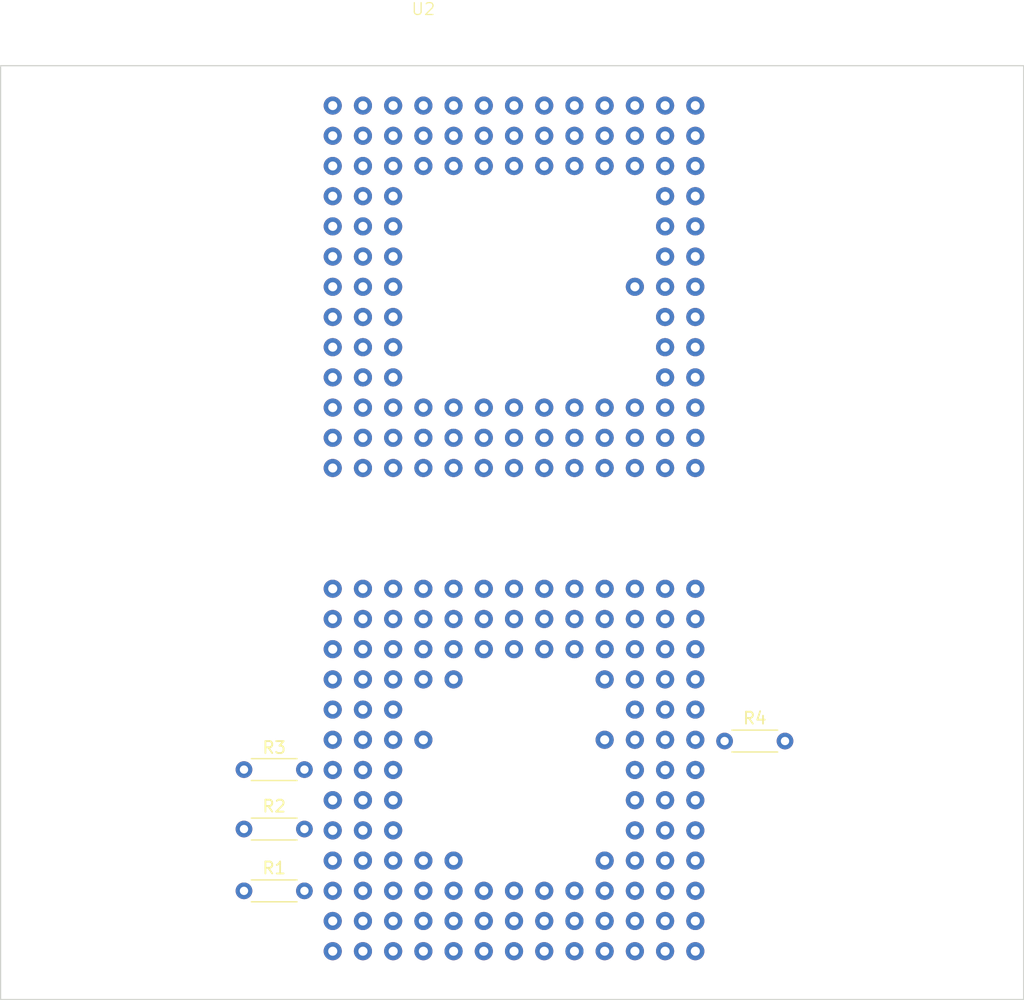
<source format=kicad_pcb>
(kicad_pcb (version 20240108) (generator "pcbnew") (generator_version "8.0")
  (layers (0 "F.Cu" signal) (1 "In1.Cu" signal) (2 "In2.Cu" signal) (31 "B.Cu" signal) (34 "B.Paste" user) (35 "F.Paste" user) (36 "B.SilkS" user "B.Silkscreen") (37 "F.SilkS" user "F.Silkscreen") (38 "B.Mask" user) (39 "F.Mask" user) (44 "Edge.Cuts" user))
  (net 0 "")
  (net 1 "VCC")
  (net 2 "Net-(U1-CBACK)")
  (net 3 "/BR")
  (net 4 "/A0")
  (net 5 "/A30")
  (net 6 "/A28")
  (net 7 "/A26")
  (net 8 "/A24")
  (net 9 "/A23")
  (net 10 "/A21")
  (net 11 "/A19")
  (net 12 "/A17")
  (net 13 "/A15")
  (net 14 "/A13")
  (net 15 "/A10")
  (net 16 "/RMC")
  (net 17 "/BG")
  (net 18 "/A31")
  (net 19 "/A29")
  (net 20 "/A27")
  (net 21 "/A25")
  (net 22 "/A22")
  (net 23 "/A20")
  (net 24 "/A16")
  (net 25 "/A14")
  (net 26 "/A12")
  (net 27 "/A8")
  (net 28 "/A7")
  (net 29 "/FC1")
  (net 31 "/BGACK")
  (net 32 "/A1")
  (net 33 "GND")
  (net 34 "/A18")
  (net 35 "/A11")
  (net 36 "/A9")
  (net 37 "/A5")
  (net 38 "/A4")
  (net 39 "/FC2")
  (net 40 "/FC0")
  (net 41 "/OCS")
  (net 42 "/A6")
  (net 43 "/A3")
  (net 44 "/A2")
  (net 45 "Net-(U1-CLK)")
  (net 46 "/AVEC")
  (net 47 "/IPEND")
  (net 48 "/DSACK0")
  (net 49 "/RESET")
  (net 50 "/DSACK1")
  (net 51 "/IPL2")
  (net 52 "/IPL1")
  (net 53 "/BERR")
  (net 54 "/HALT")
  (net 55 "Net-(U1-CDIS)")
  (net 56 "/IPL0")
  (net 57 "/AS")
  (net 61 "/DS")
  (net 62 "/SIZ0")
  (net 63 "/D5")
  (net 64 "/D1")
  (net 65 "/D0")
  (net 66 "/SIZ1")
  (net 67 "/R_W")
  (net 68 "/D30")
  (net 69 "/D10")
  (net 70 "/D7")
  (net 71 "/D4")
  (net 72 "/D2")
  (net 73 "/DBEN")
  (net 74 "/ECS")
  (net 75 "/D29")
  (net 76 "/D27")
  (net 77 "/D24")
  (net 78 "/D22")
  (net 79 "/D20")
  (net 80 "/D17")
  (net 81 "/D14")
  (net 82 "/D12")
  (net 83 "/D9")
  (net 84 "/D6")
  (net 85 "/D3")
  (net 86 "/D31")
  (net 87 "/D28")
  (net 88 "/D26")
  (net 89 "/D25")
  (net 90 "/D23")
  (net 91 "/D21")
  (net 92 "/D19")
  (net 93 "/D18")
  (net 94 "/D16")
  (net 95 "/D15")
  (net 96 "/D13")
  (net 97 "/D11")
  (net 98 "/D8")
  (net 99 "Net-(U1-CIIN)")
  (net 100 "Net-(U1-STERM)")
  (net 101 "Net-(U1-MMUDIS)")
  (footprint "Resistor_THT:R_Axial_DIN0204_L3.6mm_D1.6mm_P5.08mm_Horizontal" (layer "F.Cu") (at 119.54 110.2 180)
    (property "Reference" "R3" (at 2.54 1.85 0) (layer "F.SilkS"))
    (property "Value" "R1k")
    (fp_line (start 0.62 0.92) (end 4.46 0.92) (stroke (width 0.12)) (layer "F.SilkS"))
    (fp_line (start 0.62 -0.92) (end 4.46 -0.92) (stroke (width 0.12)) (layer "F.SilkS"))
    (pad "1" thru_hole circle (at 0 0 180) (size 1.4 1.4) (drill 0.7) (layers "*.Cu" "*.Mask") (net 100 "Net-(U1-STERM)"))
    (pad "2" thru_hole oval (at 5.08 0 180) (size 1.4 1.4) (drill 0.7) (layers "*.Cu" "*.Mask") (net 1 "VCC"))
  )
  (footprint "68k:PGA114_68020" (layer "F.Cu") (at 129.54 46.734)
    (property "Reference" "U2" (at 0 -0.5 0) (layer "F.SilkS") (effects (font (thickness 0.1))))
    (property "Value" "68020")
    (pad "A1" thru_hole circle (at -7.62 7.62) (size 1.524 1.524) (drill 0.762) (layers "*.Cu" "*.Mask") (net 31 "/BGACK"))
    (pad "A2" thru_hole circle (at -5.08 7.62) (size 1.524 1.524) (drill 0.762) (layers "*.Cu" "*.Mask") (net 32 "/A1"))
    (pad "A3" thru_hole circle (at -2.54 7.62) (size 1.524 1.524) (drill 0.762) (layers "*.Cu" "*.Mask") (net 18 "/A31"))
    (pad "A4" thru_hole circle (at 0 7.62) (size 1.524 1.524) (drill 0.762) (layers "*.Cu" "*.Mask") (net 6 "/A28"))
    (pad "A5" thru_hole circle (at 2.54 7.62) (size 1.524 1.524) (drill 0.762) (layers "*.Cu" "*.Mask") (net 7 "/A26"))
    (pad "A6" thru_hole circle (at 5.08 7.62) (size 1.524 1.524) (drill 0.762) (layers "*.Cu" "*.Mask") (net 9 "/A23"))
    (pad "A7" thru_hole circle (at 7.62 7.62) (size 1.524 1.524) (drill 0.762) (layers "*.Cu" "*.Mask") (net 22 "/A22"))
    (pad "A8" thru_hole circle (at 10.16 7.62) (size 1.524 1.524) (drill 0.762) (layers "*.Cu" "*.Mask") (net 11 "/A19"))
    (pad "A9" thru_hole circle (at 12.7 7.62) (size 1.524 1.524) (drill 0.762) (layers "*.Cu" "*.Mask") (net 1 "VCC"))
    (pad "A10" thru_hole circle (at 15.24 7.62) (size 1.524 1.524) (drill 0.762) (layers "*.Cu" "*.Mask") (net 33 "GND"))
    (pad "A11" thru_hole circle (at 17.78 7.62) (size 1.524 1.524) (drill 0.762) (layers "*.Cu" "*.Mask") (net 25 "/A14"))
    (pad "A12" thru_hole circle (at 20.32 7.62) (size 1.524 1.524) (drill 0.762) (layers "*.Cu" "*.Mask") (net 35 "/A11"))
    (pad "A13" thru_hole circle (at 22.86 7.62) (size 1.524 1.524) (drill 0.762) (layers "*.Cu" "*.Mask") (net 27 "/A8"))
    (pad "B1" thru_hole circle (at -7.62 10.16) (size 1.524 1.524) (drill 0.762) (layers "*.Cu" "*.Mask") (net 33 "GND"))
    (pad "B2" thru_hole circle (at -5.08 10.16) (size 1.524 1.524) (drill 0.762) (layers "*.Cu" "*.Mask") (net 17 "/BG"))
    (pad "B3" thru_hole circle (at -2.54 10.16) (size 1.524 1.524) (drill 0.762) (layers "*.Cu" "*.Mask") (net 3 "/BR"))
    (pad "B4" thru_hole circle (at 0 10.16) (size 1.524 1.524) (drill 0.762) (layers "*.Cu" "*.Mask") (net 5 "/A30"))
    (pad "B5" thru_hole circle (at 2.54 10.16) (size 1.524 1.524) (drill 0.762) (layers "*.Cu" "*.Mask") (net 20 "/A27"))
    (pad "B6" thru_hole circle (at 5.08 10.16) (size 1.524 1.524) (drill 0.762) (layers "*.Cu" "*.Mask") (net 8 "/A24"))
    (pad "B7" thru_hole circle (at 7.62 10.16) (size 1.524 1.524) (drill 0.762) (layers "*.Cu" "*.Mask") (net 23 "/A20"))
    (pad "B8" thru_hole circle (at 10.16 10.16) (size 1.524 1.524) (drill 0.762) (layers "*.Cu" "*.Mask") (net 34 "/A18"))
    (pad "B9" thru_hole circle (at 12.7 10.16) (size 1.524 1.524) (drill 0.762) (layers "*.Cu" "*.Mask") (net 33 "GND"))
    (pad "B10" thru_hole circle (at 15.24 10.16) (size 1.524 1.524) (drill 0.762) (layers "*.Cu" "*.Mask") (net 13 "/A15"))
    (pad "B11" thru_hole circle (at 17.78 10.16) (size 1.524 1.524) (drill 0.762) (layers "*.Cu" "*.Mask") (net 14 "/A13"))
    (pad "B12" thru_hole circle (at 20.32 10.16) (size 1.524 1.524) (drill 0.762) (layers "*.Cu" "*.Mask") (net 15 "/A10"))
    (pad "B13" thru_hole circle (at 22.86 10.16) (size 1.524 1.524) (drill 0.762) (layers "*.Cu" "*.Mask") (net 42 "/A6"))
    (pad "C1" thru_hole circle (at -7.62 12.7) (size 1.524 1.524) (drill 0.762) (layers "*.Cu" "*.Mask") (net 49 "/RESET"))
    (pad "C2" thru_hole circle (at -5.08 12.7) (size 1.524 1.524) (drill 0.762) (layers "*.Cu" "*.Mask") (net 45 "Net-(U1-CLK)"))
    (pad "C3" thru_hole circle (at -2.54 12.7) (size 1.524 1.524) (drill 0.762) (layers "*.Cu" "*.Mask") (net 33 "GND"))
    (pad "C4" thru_hole circle (at 0 12.7) (size 1.524 1.524) (drill 0.762) (layers "*.Cu" "*.Mask") (net 4 "/A0"))
    (pad "C5" thru_hole circle (at 2.54 12.7) (size 1.524 1.524) (drill 0.762) (layers "*.Cu" "*.Mask") (net 19 "/A29"))
    (pad "C6" thru_hole circle (at 5.08 12.7) (size 1.524 1.524) (drill 0.762) (layers "*.Cu" "*.Mask") (net 21 "/A25"))
    (pad "C7" thru_hole circle (at 7.62 12.7) (size 1.524 1.524) (drill 0.762) (layers "*.Cu" "*.Mask") (net 10 "/A21"))
    (pad "C8" thru_hole circle (at 10.16 12.7) (size 1.524 1.524) (drill 0.762) (layers "*.Cu" "*.Mask") (net 12 "/A17"))
    (pad "C9" thru_hole circle (at 12.7 12.7) (size 1.524 1.524) (drill 0.762) (layers "*.Cu" "*.Mask") (net 24 "/A16"))
    (pad "C10" thru_hole circle (at 15.24 12.7) (size 1.524 1.524) (drill 0.762) (layers "*.Cu" "*.Mask") (net 26 "/A12"))
    (pad "C11" thru_hole circle (at 17.78 12.7) (size 1.524 1.524) (drill 0.762) (layers "*.Cu" "*.Mask") (net 36 "/A9"))
    (pad "C12" thru_hole circle (at 20.32 12.7) (size 1.524 1.524) (drill 0.762) (layers "*.Cu" "*.Mask") (net 28 "/A7"))
    (pad "C13" thru_hole circle (at 22.86 12.7) (size 1.524 1.524) (drill 0.762) (layers "*.Cu" "*.Mask") (net 37 "/A5"))
    (pad "D1" thru_hole circle (at -7.62 15.24) (size 1.524 1.524) (drill 0.762) (layers "*.Cu" "*.Mask") (net 1 "VCC"))
    (pad "D2" thru_hole circle (at -5.08 15.24) (size 1.524 1.524) (drill 0.762) (layers "*.Cu" "*.Mask") (net 1 "VCC"))
    (pad "D3" thru_hole circle (at -2.54 15.24) (size 1.524 1.524) (drill 0.762) (layers "*.Cu" "*.Mask") (net 1 "VCC"))
    (pad "D12" thru_hole circle (at 20.32 15.24) (size 1.524 1.524) (drill 0.762) (layers "*.Cu" "*.Mask") (net 38 "/A4"))
    (pad "D13" thru_hole circle (at 22.86 15.24) (size 1.524 1.524) (drill 0.762) (layers "*.Cu" "*.Mask") (net 43 "/A3"))
    (pad "E1" thru_hole circle (at -7.62 17.78) (size 1.524 1.524) (drill 0.762) (layers "*.Cu" "*.Mask") (net 40 "/FC0"))
    (pad "E2" thru_hole circle (at -5.08 17.78) (size 1.524 1.524) (drill 0.762) (layers "*.Cu" "*.Mask") (net 16 "/RMC"))
    (pad "E3" thru_hole circle (at -2.54 17.78) (size 1.524 1.524) (drill 0.762) (layers "*.Cu" "*.Mask") (net 1 "VCC"))
    (pad "E12" thru_hole circle (at 20.32 17.78) (size 1.524 1.524) (drill 0.762) (layers "*.Cu" "*.Mask") (net 44 "/A2"))
    (pad "E13" thru_hole circle (at 22.86 17.78) (size 1.524 1.524) (drill 0.762) (layers "*.Cu" "*.Mask") (net 41 "/OCS"))
    (pad "F1" thru_hole circle (at -7.62 20.32) (size 1.524 1.524) (drill 0.762) (layers "*.Cu" "*.Mask") (net 66 "/SIZ1"))
    (pad "F2" thru_hole circle (at -5.08 20.32) (size 1.524 1.524) (drill 0.762) (layers "*.Cu" "*.Mask") (net 39 "/FC2"))
    (pad "F3" thru_hole circle (at -2.54 20.32) (size 1.524 1.524) (drill 0.762) (layers "*.Cu" "*.Mask") (net 29 "/FC1"))
    (pad "F12" thru_hole circle (at 20.32 20.32) (size 1.524 1.524) (drill 0.762) (layers "*.Cu" "*.Mask") (net 33 "GND"))
    (pad "F13" thru_hole circle (at 22.86 20.32) (size 1.524 1.524) (drill 0.762) (layers "*.Cu" "*.Mask") (net 47 "/IPEND"))
    (pad "G1" thru_hole circle (at -7.62 22.86) (size 1.524 1.524) (drill 0.762) (layers "*.Cu" "*.Mask") (net 74 "/ECS"))
    (pad "G2" thru_hole circle (at -5.08 22.86) (size 1.524 1.524) (drill 0.762) (layers "*.Cu" "*.Mask") (net 62 "/SIZ0"))
    (pad "G3" thru_hole circle (at -2.54 22.86) (size 1.524 1.524) (drill 0.762) (layers "*.Cu" "*.Mask") (net 73 "/DBEN"))
    (pad "G11" thru_hole circle (at 17.78 22.86) (size 1.524 1.524) (drill 0.762) (layers "*.Cu" "*.Mask") (net 1 "VCC"))
    (pad "G12" thru_hole circle (at 20.32 22.86) (size 1.524 1.524) (drill 0.762) (layers "*.Cu" "*.Mask") (net 33 "GND"))
    (pad "G13" thru_hole circle (at 22.86 22.86) (size 1.524 1.524) (drill 0.762) (layers "*.Cu" "*.Mask") (net 1 "VCC"))
    (pad "H1" thru_hole circle (at -7.62 25.4) (size 1.524 1.524) (drill 0.762) (layers "*.Cu" "*.Mask") (net 55 "Net-(U1-CDIS)"))
    (pad "H2" thru_hole circle (at -5.08 25.4) (size 1.524 1.524) (drill 0.762) (layers "*.Cu" "*.Mask") (net 46 "/AVEC"))
    (pad "H3" thru_hole circle (at -2.54 25.4) (size 1.524 1.524) (drill 0.762) (layers "*.Cu" "*.Mask") (net 48 "/DSACK0"))
    (pad "H12" thru_hole circle (at 20.32 25.4) (size 1.524 1.524) (drill 0.762) (layers "*.Cu" "*.Mask") (net 51 "/IPL2"))
    (pad "H13" thru_hole circle (at 22.86 25.4) (size 1.524 1.524) (drill 0.762) (layers "*.Cu" "*.Mask") (net 33 "GND"))
    (pad "J1" thru_hole circle (at -7.62 27.94) (size 1.524 1.524) (drill 0.762) (layers "*.Cu" "*.Mask") (net 50 "/DSACK1"))
    (pad "J2" thru_hole circle (at -5.08 27.94) (size 1.524 1.524) (drill 0.762) (layers "*.Cu" "*.Mask") (net 53 "/BERR"))
    (pad "J3" thru_hole circle (at -2.54 27.94) (size 1.524 1.524) (drill 0.762) (layers "*.Cu" "*.Mask") (net 33 "GND"))
    (pad "J12" thru_hole circle (at 20.32 27.94) (size 1.524 1.524) (drill 0.762) (layers "*.Cu" "*.Mask") (net 56 "/IPL0"))
    (pad "J13" thru_hole circle (at 22.86 27.94) (size 1.524 1.524) (drill 0.762) (layers "*.Cu" "*.Mask") (net 52 "/IPL1"))
    (pad "K1" thru_hole circle (at -7.62 30.48) (size 1.524 1.524) (drill 0.762) (layers "*.Cu" "*.Mask") (net 33 "GND"))
    (pad "K2" thru_hole circle (at -5.08 30.48) (size 1.524 1.524) (drill 0.762) (layers "*.Cu" "*.Mask") (net 54 "/HALT"))
    (pad "K3" thru_hole circle (at -2.54 30.48) (size 1.524 1.524) (drill 0.762) (layers "*.Cu" "*.Mask") (net 33 "GND"))
    (pad "K12" thru_hole circle (at 20.32 30.48) (size 1.524 1.524) (drill 0.762) (layers "*.Cu" "*.Mask") (net 64 "/D1"))
    (pad "K13" thru_hole circle (at 22.86 30.48) (size 1.524 1.524) (drill 0.762) (layers "*.Cu" "*.Mask") (net 65 "/D0"))
    (pad "L1" thru_hole circle (at -7.62 33.02) (size 1.524 1.524) (drill 0.762) (layers "*.Cu" "*.Mask") (net 57 "/AS"))
    (pad "L2" thru_hole circle (at -5.08 33.02) (size 1.524 1.524) (drill 0.762) (layers "*.Cu" "*.Mask") (net 67 "/R_W"))
    (pad "L3" thru_hole circle (at -2.54 33.02) (size 1.524 1.524) (drill 0.762) (layers "*.Cu" "*.Mask") (net 68 "/D30"))
    (pad "L4" thru_hole circle (at 0 33.02) (size 1.524 1.524) (drill 0.762) (layers "*.Cu" "*.Mask") (net 76 "/D27"))
    (pad "L5" thru_hole circle (at 2.54 33.02) (size 1.524 1.524) (drill 0.762) (layers "*.Cu" "*.Mask") (net 90 "/D23"))
    (pad "L6" thru_hole circle (at 5.08 33.02) (size 1.524 1.524) (drill 0.762) (layers "*.Cu" "*.Mask") (net 92 "/D19"))
    (pad "L7" thru_hole circle (at 7.62 33.02) (size 1.524 1.524) (drill 0.762) (layers "*.Cu" "*.Mask") (net 33 "GND"))
    (pad "L8" thru_hole circle (at 10.16 33.02) (size 1.524 1.524) (drill 0.762) (layers "*.Cu" "*.Mask") (net 95 "/D15"))
    (pad "L9" thru_hole circle (at 12.7 33.02) (size 1.524 1.524) (drill 0.762) (layers "*.Cu" "*.Mask") (net 97 "/D11"))
    (pad "L10" thru_hole circle (at 15.24 33.02) (size 1.524 1.524) (drill 0.762) (layers "*.Cu" "*.Mask") (net 70 "/D7"))
    (pad "L11" thru_hole circle (at 17.78 33.02) (size 1.524 1.524) (drill 0.762) (layers "*.Cu" "*.Mask") (net 33 "GND"))
    (pad "L12" thru_hole circle (at 20.32 33.02) (size 1.524 1.524) (drill 0.762) (layers "*.Cu" "*.Mask") (net 85 "/D3"))
    (pad "L13" thru_hole circle (at 22.86 33.02) (size 1.524 1.524) (drill 0.762) (layers "*.Cu" "*.Mask") (net 72 "/D2"))
    (pad "M1" thru_hole circle (at -7.62 35.56) (size 1.524 1.524) (drill 0.762) (layers "*.Cu" "*.Mask") (net 61 "/DS"))
    (pad "M2" thru_hole circle (at -5.08 35.56) (size 1.524 1.524) (drill 0.762) (layers "*.Cu" "*.Mask") (net 75 "/D29"))
    (pad "M3" thru_hole circle (at -2.54 35.56) (size 1.524 1.524) (drill 0.762) (layers "*.Cu" "*.Mask") (net 88 "/D26"))
    (pad "M4" thru_hole circle (at 0 35.56) (size 1.524 1.524) (drill 0.762) (layers "*.Cu" "*.Mask") (net 77 "/D24"))
    (pad "M5" thru_hole circle (at 2.54 35.56) (size 1.524 1.524) (drill 0.762) (layers "*.Cu" "*.Mask") (net 91 "/D21"))
    (pad "M6" thru_hole circle (at 5.08 35.56) (size 1.524 1.524) (drill 0.762) (layers "*.Cu" "*.Mask") (net 93 "/D18"))
    (pad "M7" thru_hole circle (at 7.62 35.56) (size 1.524 1.524) (drill 0.762) (layers "*.Cu" "*.Mask") (net 94 "/D16"))
    (pad "M8" thru_hole circle (at 10.16 35.56) (size 1.524 1.524) (drill 0.762) (layers "*.Cu" "*.Mask") (net 1 "VCC"))
    (pad "M9" thru_hole circle (at 12.7 35.56) (size 1.524 1.524) (drill 0.762) (layers "*.Cu" "*.Mask") (net 96 "/D13"))
    (pad "M10" thru_hole circle (at 15.24 35.56) (size 1.524 1.524) (drill 0.762) (layers "*.Cu" "*.Mask") (net 69 "/D10"))
    (pad "M11" thru_hole circle (at 17.78 35.56) (size 1.524 1.524) (drill 0.762) (layers "*.Cu" "*.Mask") (net 84 "/D6"))
    (pad "M12" thru_hole circle (at 20.32 35.56) (size 1.524 1.524) (drill 0.762) (layers "*.Cu" "*.Mask") (net 63 "/D5"))
    (pad "M13" thru_hole circle (at 22.86 35.56) (size 1.524 1.524) (drill 0.762) (layers "*.Cu" "*.Mask") (net 71 "/D4"))
    (pad "N1" thru_hole circle (at -7.62 38.1) (size 1.524 1.524) (drill 0.762) (layers "*.Cu" "*.Mask") (net 86 "/D31"))
    (pad "N2" thru_hole circle (at -5.08 38.1) (size 1.524 1.524) (drill 0.762) (layers "*.Cu" "*.Mask") (net 87 "/D28"))
    (pad "N3" thru_hole circle (at -2.54 38.1) (size 1.524 1.524) (drill 0.762) (layers "*.Cu" "*.Mask") (net 89 "/D25"))
    (pad "N4" thru_hole circle (at 0 38.1) (size 1.524 1.524) (drill 0.762) (layers "*.Cu" "*.Mask") (net 78 "/D22"))
    (pad "N5" thru_hole circle (at 2.54 38.1) (size 1.524 1.524) (drill 0.762) (layers "*.Cu" "*.Mask") (net 79 "/D20"))
    (pad "N6" thru_hole circle (at 5.08 38.1) (size 1.524 1.524) (drill 0.762) (layers "*.Cu" "*.Mask") (net 80 "/D17"))
    (pad "N7" thru_hole circle (at 7.62 38.1) (size 1.524 1.524) (drill 0.762) (layers "*.Cu" "*.Mask") (net 33 "GND"))
    (pad "N8" thru_hole circle (at 10.16 38.1) (size 1.524 1.524) (drill 0.762) (layers "*.Cu" "*.Mask") (net 1 "VCC"))
    (pad "N9" thru_hole circle (at 12.7 38.1) (size 1.524 1.524) (drill 0.762) (layers "*.Cu" "*.Mask") (net 81 "/D14"))
    (pad "N10" thru_hole circle (at 15.24 38.1) (size 1.524 1.524) (drill 0.762) (layers "*.Cu" "*.Mask") (net 82 "/D12"))
    (pad "N11" thru_hole circle (at 17.78 38.1) (size 1.524 1.524) (drill 0.762) (layers "*.Cu" "*.Mask") (net 83 "/D9"))
    (pad "N12" thru_hole circle (at 20.32 38.1) (size 1.524 1.524) (drill 0.762) (layers "*.Cu" "*.Mask") (net 98 "/D8"))
    (pad "N13" thru_hole circle (at 22.86 38.1) (size 1.524 1.524) (drill 0.762) (layers "*.Cu" "*.Mask") (net 1 "VCC"))
  )
  (footprint "Resistor_THT:R_Axial_DIN0204_L3.6mm_D1.6mm_P5.08mm_Horizontal" (layer "F.Cu") (at 114.46 120.4)
    (property "Reference" "R1" (at 2.54 -1.92 0) (layer "F.SilkS"))
    (property "Value" "R1k")
    (fp_line (start 0.62 -0.92) (end 4.46 -0.92) (stroke (width 0.12)) (layer "F.SilkS"))
    (fp_line (start 0.62 0.92) (end 4.46 0.92) (stroke (width 0.12)) (layer "F.SilkS"))
    (pad "1" thru_hole circle (at 0 0) (size 1.4 1.4) (drill 0.7) (layers "*.Cu" "*.Mask") (net 1 "VCC"))
    (pad "2" thru_hole oval (at 5.08 0) (size 1.4 1.4) (drill 0.7) (layers "*.Cu" "*.Mask") (net 99 "Net-(U1-CIIN)"))
  )
  (footprint "68k:PGA114_68030" (layer "F.Cu") (at 132.08 87.374)
    (property "Reference" "U1" (hide yes))
    (property "Value" "68030" (hide yes))
    (pad "A1" thru_hole circle (at -10.16 7.62) (size 1.524 1.524) (drill 0.762) (layers "*.Cu" "*.Mask") (net 3 "/BR"))
    (pad "A2" thru_hole circle (at -7.62 7.62) (size 1.524 1.524) (drill 0.762) (layers "*.Cu" "*.Mask") (net 4 "/A0"))
    (pad "A3" thru_hole circle (at -5.08 7.62) (size 1.524 1.524) (drill 0.762) (layers "*.Cu" "*.Mask") (net 5 "/A30"))
    (pad "A4" thru_hole circle (at -2.54 7.62) (size 1.524 1.524) (drill 0.762) (layers "*.Cu" "*.Mask") (net 6 "/A28"))
    (pad "A5" thru_hole circle (at 0 7.62) (size 1.524 1.524) (drill 0.762) (layers "*.Cu" "*.Mask") (net 7 "/A26"))
    (pad "A6" thru_hole circle (at 2.54 7.62) (size 1.524 1.524) (drill 0.762) (layers "*.Cu" "*.Mask") (net 8 "/A24"))
    (pad "A7" thru_hole circle (at 5.08 7.62) (size 1.524 1.524) (drill 0.762) (layers "*.Cu" "*.Mask") (net 9 "/A23"))
    (pad "A8" thru_hole circle (at 7.62 7.62) (size 1.524 1.524) (drill 0.762) (layers "*.Cu" "*.Mask") (net 10 "/A21"))
    (pad "A9" thru_hole circle (at 10.16 7.62) (size 1.524 1.524) (drill 0.762) (layers "*.Cu" "*.Mask") (net 11 "/A19"))
    (pad "A10" thru_hole circle (at 12.7 7.62) (size 1.524 1.524) (drill 0.762) (layers "*.Cu" "*.Mask") (net 12 "/A17"))
    (pad "A11" thru_hole circle (at 15.24 7.62) (size 1.524 1.524) (drill 0.762) (layers "*.Cu" "*.Mask") (net 13 "/A15"))
    (pad "A12" thru_hole circle (at 17.78 7.62) (size 1.524 1.524) (drill 0.762) (layers "*.Cu" "*.Mask") (net 14 "/A13"))
    (pad "A13" thru_hole circle (at 20.32 7.62) (size 1.524 1.524) (drill 0.762) (layers "*.Cu" "*.Mask") (net 15 "/A10"))
    (pad "B1" thru_hole circle (at -10.16 10.16) (size 1.524 1.524) (drill 0.762) (layers "*.Cu" "*.Mask") (net 16 "/RMC"))
    (pad "B2" thru_hole circle (at -7.62 10.16) (size 1.524 1.524) (drill 0.762) (layers "*.Cu" "*.Mask") (net 17 "/BG"))
    (pad "B3" thru_hole circle (at -5.08 10.16) (size 1.524 1.524) (drill 0.762) (layers "*.Cu" "*.Mask") (net 18 "/A31"))
    (pad "B4" thru_hole circle (at -2.54 10.16) (size 1.524 1.524) (drill 0.762) (layers "*.Cu" "*.Mask") (net 19 "/A29"))
    (pad "B5" thru_hole circle (at 0 10.16) (size 1.524 1.524) (drill 0.762) (layers "*.Cu" "*.Mask") (net 20 "/A27"))
    (pad "B6" thru_hole circle (at 2.54 10.16) (size 1.524 1.524) (drill 0.762) (layers "*.Cu" "*.Mask") (net 21 "/A25"))
    (pad "B7" thru_hole circle (at 5.08 10.16) (size 1.524 1.524) (drill 0.762) (layers "*.Cu" "*.Mask") (net 22 "/A22"))
    (pad "B8" thru_hole circle (at 7.62 10.16) (size 1.524 1.524) (drill 0.762) (layers "*.Cu" "*.Mask") (net 23 "/A20"))
    (pad "B9" thru_hole circle (at 10.16 10.16) (size 1.524 1.524) (drill 0.762) (layers "*.Cu" "*.Mask") (net 24 "/A16"))
    (pad "B10" thru_hole circle (at 12.7 10.16) (size 1.524 1.524) (drill 0.762) (layers "*.Cu" "*.Mask") (net 25 "/A14"))
    (pad "B11" thru_hole circle (at 15.24 10.16) (size 1.524 1.524) (drill 0.762) (layers "*.Cu" "*.Mask") (net 26 "/A12"))
    (pad "B12" thru_hole circle (at 17.78 10.16) (size 1.524 1.524) (drill 0.762) (layers "*.Cu" "*.Mask") (net 27 "/A8"))
    (pad "B13" thru_hole circle (at 20.32 10.16) (size 1.524 1.524) (drill 0.762) (layers "*.Cu" "*.Mask") (net 28 "/A7"))
    (pad "C1" thru_hole circle (at -10.16 12.7) (size 1.524 1.524) (drill 0.762) (layers "*.Cu" "*.Mask") (net 29 "/FC1"))
    (pad "C2" thru_hole circle (at -7.62 12.7) (size 1.524 1.524) (drill 0.762) (layers "*.Cu" "*.Mask"))
    (pad "C3" thru_hole circle (at -5.08 12.7) (size 1.524 1.524) (drill 0.762) (layers "*.Cu" "*.Mask") (net 31 "/BGACK"))
    (pad "C4" thru_hole circle (at -2.54 12.7) (size 1.524 1.524) (drill 0.762) (layers "*.Cu" "*.Mask") (net 32 "/A1"))
    (pad "C5" thru_hole circle (at 0 12.7) (size 1.524 1.524) (drill 0.762) (layers "*.Cu" "*.Mask") (net 33 "GND"))
    (pad "C6" thru_hole circle (at 2.54 12.7) (size 1.524 1.524) (drill 0.762) (layers "*.Cu" "*.Mask") (net 1 "VCC"))
    (pad "C7" thru_hole circle (at 5.08 12.7) (size 1.524 1.524) (drill 0.762) (layers "*.Cu" "*.Mask") (net 33 "GND"))
    (pad "C8" thru_hole circle (at 7.62 12.7) (size 1.524 1.524) (drill 0.762) (layers "*.Cu" "*.Mask") (net 34 "/A18"))
    (pad "C9" thru_hole circle (at 10.16 12.7) (size 1.524 1.524) (drill 0.762) (layers "*.Cu" "*.Mask") (net 33 "GND"))
    (pad "C10" thru_hole circle (at 12.7 12.7) (size 1.524 1.524) (drill 0.762) (layers "*.Cu" "*.Mask") (net 35 "/A11"))
    (pad "C11" thru_hole circle (at 15.24 12.7) (size 1.524 1.524) (drill 0.762) (layers "*.Cu" "*.Mask") (net 36 "/A9"))
    (pad "C12" thru_hole circle (at 17.78 12.7) (size 1.524 1.524) (drill 0.762) (layers "*.Cu" "*.Mask") (net 37 "/A5"))
    (pad "C13" thru_hole circle (at 20.32 12.7) (size 1.524 1.524) (drill 0.762) (layers "*.Cu" "*.Mask") (net 38 "/A4"))
    (pad "D1" thru_hole circle (at -10.16 15.24) (size 1.524 1.524) (drill 0.762) (layers "*.Cu" "*.Mask") (net 39 "/FC2"))
    (pad "D2" thru_hole circle (at -7.62 15.24) (size 1.524 1.524) (drill 0.762) (layers "*.Cu" "*.Mask") (net 40 "/FC0"))
    (pad "D3" thru_hole circle (at -5.08 15.24) (size 1.524 1.524) (drill 0.762) (layers "*.Cu" "*.Mask") (net 41 "/OCS"))
    (pad "D4" thru_hole circle (at -2.54 15.24) (size 1.524 1.524) (drill 0.762) (layers "*.Cu" "*.Mask") (net 1 "VCC"))
    (pad "D5" thru_hole circle (at 0 15.24) (size 1.524 1.524) (drill 0.762) (layers "*.Cu" "*.Mask"))
    (pad "D10" thru_hole circle (at 12.7 15.24) (size 1.524 1.524) (drill 0.762) (layers "*.Cu" "*.Mask") (net 1 "VCC"))
    (pad "D11" thru_hole circle (at 15.24 15.24) (size 1.524 1.524) (drill 0.762) (layers "*.Cu" "*.Mask") (net 42 "/A6"))
    (pad "D12" thru_hole circle (at 17.78 15.24) (size 1.524 1.524) (drill 0.762) (layers "*.Cu" "*.Mask") (net 43 "/A3"))
    (pad "D13" thru_hole circle (at 20.32 15.24) (size 1.524 1.524) (drill 0.762) (layers "*.Cu" "*.Mask") (net 44 "/A2"))
    (pad "E1" thru_hole circle (at -10.16 17.78) (size 1.524 1.524) (drill 0.762) (layers "*.Cu" "*.Mask") (net 45 "Net-(U1-CLK)"))
    (pad "E2" thru_hole circle (at -7.62 17.78) (size 1.524 1.524) (drill 0.762) (layers "*.Cu" "*.Mask") (net 46 "/AVEC"))
    (pad "E3" thru_hole circle (at -5.08 17.78) (size 1.524 1.524) (drill 0.762) (layers "*.Cu" "*.Mask") (net 33 "GND"))
    (pad "E11" thru_hole circle (at 15.24 17.78) (size 1.524 1.524) (drill 0.762) (layers "*.Cu" "*.Mask") (net 33 "GND"))
    (pad "E12" thru_hole circle (at 17.78 17.78) (size 1.524 1.524) (drill 0.762) (layers "*.Cu" "*.Mask"))
    (pad "E13" thru_hole circle (at 20.32 17.78) (size 1.524 1.524) (drill 0.762) (layers "*.Cu" "*.Mask") (net 47 "/IPEND"))
    (pad "F1" thru_hole circle (at -10.16 20.32) (size 1.524 1.524) (drill 0.762) (layers "*.Cu" "*.Mask") (net 48 "/DSACK0"))
    (pad "F2" thru_hole circle (at -7.62 20.32) (size 1.524 1.524) (drill 0.762) (layers "*.Cu" "*.Mask") (net 1 "VCC"))
    (pad "F3" thru_hole circle (at -5.08 20.32) (size 1.524 1.524) (drill 0.762) (layers "*.Cu" "*.Mask") (net 33 "GND"))
    (pad "F4" thru_hole circle (at -2.54 20.32) (size 1.524 1.524) (drill 0.762) (layers "*.Cu" "*.Mask"))
    (pad "F10" thru_hole circle (at 12.7 20.32) (size 1.524 1.524) (drill 0.762) (layers "*.Cu" "*.Mask"))
    (pad "F11" thru_hole circle (at 15.24 20.32) (size 1.524 1.524) (drill 0.762) (layers "*.Cu" "*.Mask") (net 1 "VCC"))
    (pad "F12" thru_hole circle (at 17.78 20.32) (size 1.524 1.524) (drill 0.762) (layers "*.Cu" "*.Mask") (net 49 "/RESET"))
    (pad "F13" thru_hole circle (at 20.32 20.32) (size 1.524 1.524) (drill 0.762) (layers "*.Cu" "*.Mask") (net 101 "Net-(U1-MMUDIS)"))
    (pad "G1" thru_hole circle (at -10.16 22.86) (size 1.524 1.524) (drill 0.762) (layers "*.Cu" "*.Mask") (net 100 "Net-(U1-STERM)"))
    (pad "G2" thru_hole circle (at -7.62 22.86) (size 1.524 1.524) (drill 0.762) (layers "*.Cu" "*.Mask") (net 50 "/DSACK1"))
    (pad "G3" thru_hole circle (at -5.08 22.86) (size 1.524 1.524) (drill 0.762) (layers "*.Cu" "*.Mask") (net 33 "GND"))
    (pad "G11" thru_hole circle (at 15.24 22.86) (size 1.524 1.524) (drill 0.762) (layers "*.Cu" "*.Mask") (net 33 "GND"))
    (pad "G12" thru_hole circle (at 17.78 22.86) (size 1.524 1.524) (drill 0.762) (layers "*.Cu" "*.Mask") (net 51 "/IPL2"))
    (pad "G13" thru_hole circle (at 20.32 22.86) (size 1.524 1.524) (drill 0.762) (layers "*.Cu" "*.Mask") (net 52 "/IPL1"))
    (pad "H1" thru_hole circle (at -10.16 25.4) (size 1.524 1.524) (drill 0.762) (layers "*.Cu" "*.Mask") (net 53 "/BERR"))
    (pad "H2" thru_hole circle (at -7.62 25.4) (size 1.524 1.524) (drill 0.762) (layers "*.Cu" "*.Mask") (net 54 "/HALT"))
    (pad "H3" thru_hole circle (at -5.08 25.4) (size 1.524 1.524) (drill 0.762) (layers "*.Cu" "*.Mask") (net 1 "VCC"))
    (pad "H11" thru_hole circle (at 15.24 25.4) (size 1.524 1.524) (drill 0.762) (layers "*.Cu" "*.Mask") (net 1 "VCC"))
    (pad "H12" thru_hole circle (at 17.78 25.4) (size 1.524 1.524) (drill 0.762) (layers "*.Cu" "*.Mask") (net 55 "Net-(U1-CDIS)"))
    (pad "H13" thru_hole circle (at 20.32 25.4) (size 1.524 1.524) (drill 0.762) (layers "*.Cu" "*.Mask") (net 56 "/IPL0"))
    (pad "J1" thru_hole circle (at -10.16 27.94) (size 1.524 1.524) (drill 0.762) (layers "*.Cu" "*.Mask") (net 2 "Net-(U1-CBACK)"))
    (pad "J2" thru_hole circle (at -7.62 27.94) (size 1.524 1.524) (drill 0.762) (layers "*.Cu" "*.Mask") (net 57 "/AS"))
    (pad "J3" thru_hole circle (at -5.08 27.94) (size 1.524 1.524) (drill 0.762) (layers "*.Cu" "*.Mask") (net 33 "GND"))
    (pad "J11" thru_hole circle (at 15.24 27.94) (size 1.524 1.524) (drill 0.762) (layers "*.Cu" "*.Mask") (net 33 "GND"))
    (pad "J12" thru_hole circle (at 17.78 27.94) (size 1.524 1.524) (drill 0.762) (layers "*.Cu" "*.Mask"))
    (pad "J13" thru_hole circle (at 20.32 27.94) (size 1.524 1.524) (drill 0.762) (layers "*.Cu" "*.Mask"))
    (pad "K1" thru_hole circle (at -10.16 30.48) (size 1.524 1.524) (drill 0.762) (layers "*.Cu" "*.Mask"))
    (pad "K2" thru_hole circle (at -7.62 30.48) (size 1.524 1.524) (drill 0.762) (layers "*.Cu" "*.Mask") (net 61 "/DS"))
    (pad "K3" thru_hole circle (at -5.08 30.48) (size 1.524 1.524) (drill 0.762) (layers "*.Cu" "*.Mask") (net 62 "/SIZ0"))
    (pad "K4" thru_hole circle (at -2.54 30.48) (size 1.524 1.524) (drill 0.762) (layers "*.Cu" "*.Mask") (net 1 "VCC"))
    (pad "K5" thru_hole circle (at 0 30.48) (size 1.524 1.524) (drill 0.762) (layers "*.Cu" "*.Mask"))
    (pad "K10" thru_hole circle (at 12.7 30.48) (size 1.524 1.524) (drill 0.762) (layers "*.Cu" "*.Mask") (net 1 "VCC"))
    (pad "K11" thru_hole circle (at 15.24 30.48) (size 1.524 1.524) (drill 0.762) (layers "*.Cu" "*.Mask") (net 63 "/D5"))
    (pad "K12" thru_hole circle (at 17.78 30.48) (size 1.524 1.524) (drill 0.762) (layers "*.Cu" "*.Mask") (net 64 "/D1"))
    (pad "K13" thru_hole circle (at 20.32 30.48) (size 1.524 1.524) (drill 0.762) (layers "*.Cu" "*.Mask") (net 65 "/D0"))
    (pad "L1" thru_hole circle (at -10.16 33.02) (size 1.524 1.524) (drill 0.762) (layers "*.Cu" "*.Mask") (net 99 "Net-(U1-CIIN)"))
    (pad "L2" thru_hole circle (at -7.62 33.02) (size 1.524 1.524) (drill 0.762) (layers "*.Cu" "*.Mask") (net 66 "/SIZ1"))
    (pad "L3" thru_hole circle (at -5.08 33.02) (size 1.524 1.524) (drill 0.762) (layers "*.Cu" "*.Mask") (net 67 "/R_W"))
    (pad "L4" thru_hole circle (at -2.54 33.02) (size 1.524 1.524) (drill 0.762) (layers "*.Cu" "*.Mask") (net 68 "/D30"))
    (pad "L5" thru_hole circle (at 0 33.02) (size 1.524 1.524) (drill 0.762) (layers "*.Cu" "*.Mask") (net 33 "GND"))
    (pad "L6" thru_hole circle (at 2.54 33.02) (size 1.524 1.524) (drill 0.762) (layers "*.Cu" "*.Mask") (net 1 "VCC"))
    (pad "L7" thru_hole circle (at 5.08 33.02) (size 1.524 1.524) (drill 0.762) (layers "*.Cu" "*.Mask") (net 33 "GND"))
    (pad "L8" thru_hole circle (at 7.62 33.02) (size 1.524 1.524) (drill 0.762) (layers "*.Cu" "*.Mask") (net 33 "GND"))
    (pad "L9" thru_hole circle (at 10.16 33.02) (size 1.524 1.524) (drill 0.762) (layers "*.Cu" "*.Mask") (net 33 "GND"))
    (pad "L10" thru_hole circle (at 12.7 33.02) (size 1.524 1.524) (drill 0.762) (layers "*.Cu" "*.Mask") (net 69 "/D10"))
    (pad "L11" thru_hole circle (at 15.24 33.02) (size 1.524 1.524) (drill 0.762) (layers "*.Cu" "*.Mask") (net 70 "/D7"))
    (pad "L12" thru_hole circle (at 17.78 33.02) (size 1.524 1.524) (drill 0.762) (layers "*.Cu" "*.Mask") (net 71 "/D4"))
    (pad "L13" thru_hole circle (at 20.32 33.02) (size 1.524 1.524) (drill 0.762) (layers "*.Cu" "*.Mask") (net 72 "/D2"))
    (pad "M1" thru_hole circle (at -10.16 35.56) (size 1.524 1.524) (drill 0.762) (layers "*.Cu" "*.Mask") (net 73 "/DBEN"))
    (pad "M2" thru_hole circle (at -7.62 35.56) (size 1.524 1.524) (drill 0.762) (layers "*.Cu" "*.Mask") (net 74 "/ECS"))
    (pad "M3" thru_hole circle (at -5.08 35.56) (size 1.524 1.524) (drill 0.762) (layers "*.Cu" "*.Mask") (net 75 "/D29"))
    (pad "M4" thru_hole circle (at -2.54 35.56) (size 1.524 1.524) (drill 0.762) (layers "*.Cu" "*.Mask") (net 76 "/D27"))
    (pad "M5" thru_hole circle (at 0 35.56) (size 1.524 1.524) (drill 0.762) (layers "*.Cu" "*.Mask") (net 77 "/D24"))
    (pad "M6" thru_hole circle (at 2.54 35.56) (size 1.524 1.524) (drill 0.762) (layers "*.Cu" "*.Mask") (net 78 "/D22"))
    (pad "M7" thru_hole circle (at 5.08 35.56) (size 1.524 1.524) (drill 0.762) (layers "*.Cu" "*.Mask") (net 79 "/D20"))
    (pad "M8" thru_hole circle (at 7.62 35.56) (size 1.524 1.524) (drill 0.762) (layers "*.Cu" "*.Mask") (net 80 "/D17"))
    (pad "M9" thru_hole circle (at 10.16 35.56) (size 1.524 1.524) (drill 0.762) (layers "*.Cu" "*.Mask") (net 81 "/D14"))
    (pad "M10" thru_hole circle (at 12.7 35.56) (size 1.524 1.524) (drill 0.762) (layers "*.Cu" "*.Mask") (net 82 "/D12"))
    (pad "M11" thru_hole circle (at 15.24 35.56) (size 1.524 1.524) (drill 0.762) (layers "*.Cu" "*.Mask") (net 83 "/D9"))
    (pad "M12" thru_hole circle (at 17.78 35.56) (size 1.524 1.524) (drill 0.762) (layers "*.Cu" "*.Mask") (net 84 "/D6"))
    (pad "M13" thru_hole circle (at 20.32 35.56) (size 1.524 1.524) (drill 0.762) (layers "*.Cu" "*.Mask") (net 85 "/D3"))
    (pad "N1" thru_hole circle (at -10.16 38.1) (size 1.524 1.524) (drill 0.762) (layers "*.Cu" "*.Mask") (net 86 "/D31"))
    (pad "N2" thru_hole circle (at -7.62 38.1) (size 1.524 1.524) (drill 0.762) (layers "*.Cu" "*.Mask") (net 87 "/D28"))
    (pad "N3" thru_hole circle (at -5.08 38.1) (size 1.524 1.524) (drill 0.762) (layers "*.Cu" "*.Mask") (net 88 "/D26"))
    (pad "N4" thru_hole circle (at -2.54 38.1) (size 1.524 1.524) (drill 0.762) (layers "*.Cu" "*.Mask") (net 89 "/D25"))
    (pad "N5" thru_hole circle (at 0 38.1) (size 1.524 1.524) (drill 0.762) (layers "*.Cu" "*.Mask") (net 90 "/D23"))
    (pad "N6" thru_hole circle (at 2.54 38.1) (size 1.524 1.524) (drill 0.762) (layers "*.Cu" "*.Mask") (net 91 "/D21"))
    (pad "N7" thru_hole circle (at 5.08 38.1) (size 1.524 1.524) (drill 0.762) (layers "*.Cu" "*.Mask") (net 92 "/D19"))
    (pad "N8" thru_hole circle (at 7.62 38.1) (size 1.524 1.524) (drill 0.762) (layers "*.Cu" "*.Mask") (net 93 "/D18"))
    (pad "N9" thru_hole circle (at 10.16 38.1) (size 1.524 1.524) (drill 0.762) (layers "*.Cu" "*.Mask") (net 94 "/D16"))
    (pad "N10" thru_hole circle (at 12.7 38.1) (size 1.524 1.524) (drill 0.762) (layers "*.Cu" "*.Mask") (net 95 "/D15"))
    (pad "N11" thru_hole circle (at 15.24 38.1) (size 1.524 1.524) (drill 0.762) (layers "*.Cu" "*.Mask") (net 96 "/D13"))
    (pad "N12" thru_hole circle (at 17.78 38.1) (size 1.524 1.524) (drill 0.762) (layers "*.Cu" "*.Mask") (net 97 "/D11"))
    (pad "N13" thru_hole circle (at 20.32 38.1) (size 1.524 1.524) (drill 0.762) (layers "*.Cu" "*.Mask") (net 98 "/D8"))
  )
  (footprint "Resistor_THT:R_Axial_DIN0204_L3.6mm_D1.6mm_P5.08mm_Horizontal" (layer "F.Cu") (at 114.46 115.2)
    (property "Reference" "R2" (at 2.54 -1.92 0) (layer "F.SilkS"))
    (property "Value" "R1k")
    (fp_line (start 0.62 -0.92) (end 4.46 -0.92) (stroke (width 0.12)) (layer "F.SilkS"))
    (fp_line (start 0.62 0.92) (end 4.46 0.92) (stroke (width 0.12)) (layer "F.SilkS"))
    (pad "1" thru_hole circle (at 0 0) (size 1.4 1.4) (drill 0.7) (layers "*.Cu" "*.Mask") (net 1 "VCC"))
    (pad "2" thru_hole oval (at 5.08 0) (size 1.4 1.4) (drill 0.7) (layers "*.Cu" "*.Mask") (net 2 "Net-(U1-CBACK)"))
  )
  (footprint "Resistor_THT:R_Axial_DIN0204_L3.6mm_D1.6mm_P5.08mm_Horizontal" (layer "F.Cu") (at 154.86 107.8)
    (property "Reference" "R4" (at 2.54 -1.92 0) (layer "F.SilkS"))
    (property "Value" "R1k")
    (fp_line (start 0.62 -0.92) (end 4.46 -0.92) (stroke (width 0.12)) (layer "F.SilkS"))
    (fp_line (start 0.62 0.92) (end 4.46 0.92) (stroke (width 0.12)) (layer "F.SilkS"))
    (pad "1" thru_hole circle (at 0 0) (size 1.4 1.4) (drill 0.7) (layers "*.Cu" "*.Mask") (net 101 "Net-(U1-MMUDIS)"))
    (pad "2" thru_hole oval (at 5.08 0) (size 1.4 1.4) (drill 0.7) (layers "*.Cu" "*.Mask") (net 1 "VCC"))
  )
  (gr_rect (start 94 51) (end 180 129.54) (stroke (width 0.1)) (fill none) (layer "Edge.Cuts"))
)
</source>
